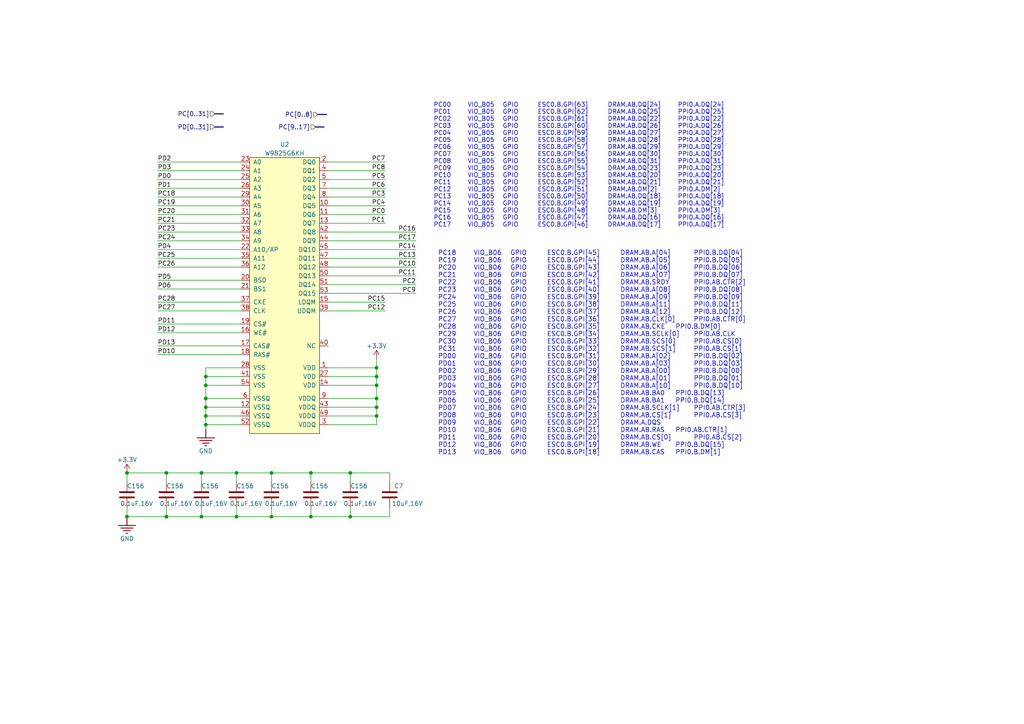
<source format=kicad_sch>
(kicad_sch (version 20230121) (generator eeschema)
  (paper "A4")
  (title_block (title "HPM6E00EVKSRAMSDRAMRevA") (date "2024/10/22") (comment 1 "03_SDRAM"))
  (lib_symbols
    (symbol "03_HPM_Capacitance:0.1uF,16V_0402" (pin_numbers hide) (pin_names (offset 0.254))
      (property "Reference" "C" (at 1.27 -2.54 0))
      (property "Value" "0.1uF,16V" (at 1.27 2.54 0))
      (symbol "0.1uF,16V_0402_0_1"
        (polyline (pts (xy -2.032 -0.762) (xy 2.032 -0.762)) (stroke (width 0.508)))
        (polyline (pts (xy -2.032 0.762) (xy 2.032 0.762)) (stroke (width 0.508)))
      )
      (symbol "0.1uF,16V_0402_1_1"
        (pin passive line (at 0 3.81 270) (length 2.794) (name "~") (number "1"))
        (pin passive line (at 0 -3.81 90) (length 2.794) (name "~") (number "2"))
      )
    )
    (symbol "03_HPM_Capacitance:10uF,16V_0603" (pin_numbers hide) (pin_names (offset 0.254))
      (property "Reference" "C" (at 0.635 2.54 0))
      (property "Value" "10uF,16V" (at 0.635 -2.54 0))
      (symbol "10uF,16V_0603_0_1"
        (polyline (pts (xy -2.032 -0.762) (xy 2.032 -0.762)) (stroke (width 0.508)))
        (polyline (pts (xy -2.032 0.762) (xy 2.032 0.762)) (stroke (width 0.508)))
      )
      (symbol "10uF,16V_0603_1_1"
        (pin passive line (at 0 3.81 270) (length 2.794) (name "~") (number "1"))
        (pin passive line (at 0 -3.81 90) (length 2.794) (name "~") (number "2"))
      )
    )
    (symbol "10_HPM_Storage_IC:W9825G6KH" (pin_names (offset 1.016))
      (property "Reference" "U" (at 7.62 5.08 0))
      (property "Value" "W9825G6KH" (at 8.89 1.27 0))
      (symbol "W9825G6KH_1_1"
        (rectangle (start 0 0) (end 20.32 -80.01) (fill (type background)))
        (pin input line (at 22.86 -60.96 180) (length 2.54) (name "VDD") (number "1"))
        (pin input line (at 22.86 -13.97 180) (length 2.54) (name "DQ5") (number "10"))
        (pin input line (at 22.86 -16.51 180) (length 2.54) (name "DQ6") (number "11"))
        (pin input line (at -2.54 -72.39 0) (length 2.54) (name "VSSQ") (number "12"))
        (pin input line (at 22.86 -19.05 180) (length 2.54) (name "DQ7") (number "13"))
        (pin input line (at 22.86 -66.04 180) (length 2.54) (name "VDD") (number "14"))
        (pin input line (at 22.86 -41.91 180) (length 2.54) (name "LDQM") (number "15"))
        (pin input line (at -2.54 -50.8 0) (length 2.54) (name "WE#") (number "16"))
        (pin input line (at -2.54 -54.61 0) (length 2.54) (name "CAS#") (number "17"))
        (pin input line (at -2.54 -57.15 0) (length 2.54) (name "RAS#") (number "18"))
        (pin input line (at -2.54 -48.26 0) (length 2.54) (name "CS#") (number "19"))
        (pin input line (at 22.86 -1.27 180) (length 2.54) (name "DQ0") (number "2"))
        (pin input line (at -2.54 -35.56 0) (length 2.54) (name "BS0") (number "20"))
        (pin input line (at -2.54 -38.1 0) (length 2.54) (name "BS1") (number "21"))
        (pin input line (at -2.54 -26.67 0) (length 2.54) (name "A10/AP") (number "22"))
        (pin input line (at -2.54 -1.27 0) (length 2.54) (name "A0") (number "23"))
        (pin input line (at -2.54 -3.81 0) (length 2.54) (name "A1") (number "24"))
        (pin input line (at -2.54 -6.35 0) (length 2.54) (name "A2") (number "25"))
        (pin input line (at -2.54 -8.89 0) (length 2.54) (name "A3") (number "26"))
        (pin input line (at 22.86 -63.5 180) (length 2.54) (name "VDD") (number "27"))
        (pin input line (at -2.54 -60.96 0) (length 2.54) (name "VSS") (number "28"))
        (pin input line (at -2.54 -11.43 0) (length 2.54) (name "A4") (number "29"))
        (pin input line (at 22.86 -77.47 180) (length 2.54) (name "VDDQ") (number "3"))
        (pin input line (at -2.54 -13.97 0) (length 2.54) (name "A5") (number "30"))
        (pin input line (at -2.54 -16.51 0) (length 2.54) (name "A6") (number "31"))
        (pin input line (at -2.54 -19.05 0) (length 2.54) (name "A7") (number "32"))
        (pin input line (at -2.54 -21.59 0) (length 2.54) (name "A8") (number "33"))
        (pin input line (at -2.54 -24.13 0) (length 2.54) (name "A9") (number "34"))
        (pin input line (at -2.54 -29.21 0) (length 2.54) (name "A11") (number "35"))
        (pin input line (at -2.54 -31.75 0) (length 2.54) (name "A12") (number "36"))
        (pin input line (at -2.54 -41.91 0) (length 2.54) (name "CKE") (number "37"))
        (pin input line (at -2.54 -44.45 0) (length 2.54) (name "CLK") (number "38"))
        (pin input line (at 22.86 -44.45 180) (length 2.54) (name "UDQM") (number "39"))
        (pin input line (at 22.86 -3.81 180) (length 2.54) (name "DQ1") (number "4"))
        (pin input line (at 22.86 -54.61 180) (length 2.54) (name "NC") (number "40"))
        (pin input line (at -2.54 -63.5 0) (length 2.54) (name "VSS") (number "41"))
        (pin input line (at 22.86 -21.59 180) (length 2.54) (name "DQ8") (number "42"))
        (pin input line (at 22.86 -72.39 180) (length 2.54) (name "VDDQ") (number "43"))
        (pin input line (at 22.86 -24.13 180) (length 2.54) (name "DQ9") (number "44"))
        (pin input line (at 22.86 -26.67 180) (length 2.54) (name "DQ10") (number "45"))
        (pin input line (at -2.54 -74.93 0) (length 2.54) (name "VSSQ") (number "46"))
        (pin input line (at 22.86 -29.21 180) (length 2.54) (name "DQ11") (number "47"))
        (pin input line (at 22.86 -31.75 180) (length 2.54) (name "DQ12") (number "48"))
        (pin input line (at 22.86 -74.93 180) (length 2.54) (name "VDDQ") (number "49"))
        (pin input line (at 22.86 -6.35 180) (length 2.54) (name "DQ2") (number "5"))
        (pin input line (at 22.86 -34.29 180) (length 2.54) (name "DQ13") (number "50"))
        (pin input line (at 22.86 -36.83 180) (length 2.54) (name "DQ14") (number "51"))
        (pin input line (at -2.54 -77.47 0) (length 2.54) (name "VSSQ") (number "52"))
        (pin input line (at 22.86 -39.37 180) (length 2.54) (name "DQ15") (number "53"))
        (pin input line (at -2.54 -66.04 0) (length 2.54) (name "VSS") (number "54"))
        (pin input line (at -2.54 -69.85 0) (length 2.54) (name "VSSQ") (number "6"))
        (pin input line (at 22.86 -8.89 180) (length 2.54) (name "DQ3") (number "7"))
        (pin input line (at 22.86 -11.43 180) (length 2.54) (name "DQ4") (number "8"))
        (pin input line (at 22.86 -69.85 180) (length 2.54) (name "VDDQ") (number "9"))
      )
    )
    (symbol "Goldfinger-altium-import:GND" (power)
      (property "Reference" "#PWR" (at 0 0 0))
      (property "Value" "GND" (at 0 6.35 0))
      (symbol "GND_0_0"
        (polyline (pts (xy -2.54 -2.54) (xy 2.54 -2.54)) (stroke (width 0.254)))
        (polyline (pts (xy -1.778 -3.302) (xy 1.778 -3.302)) (stroke (width 0.254)))
        (polyline (pts (xy -1.016 -4.064) (xy 1.016 -4.064)) (stroke (width 0.254)))
        (polyline (pts (xy -0.254 -4.826) (xy 0.254 -4.826)) (stroke (width 0.254)))
        (polyline (pts (xy 0 0) (xy 0 -2.54)) (stroke (width 0.254)))
        (pin power_in line (at 0 0 0) (length 0) hide (name "GND") (number ""))
      )
    )
    (symbol "power:+3.3V" (power) (pin_names (offset 0))
      (property "Value" "+3.3V" (at 0 3.556 0))
      (symbol "+3.3V_0_1"
        (polyline (pts (xy -0.762 1.27) (xy 0 2.54)))
        (polyline (pts (xy 0 0) (xy 0 2.54)))
        (polyline (pts (xy 0 2.54) (xy 0.762 1.27)))
      )
      (symbol "+3.3V_1_1"
        (pin power_in line (at 0 0 90) (length 0) hide (name "+3.3V") (number "1"))
      )
    )
  )
  (junction (at 58.42 137.16))
  (junction (at 59.69 123.19))
  (junction (at 36.83 137.16))
  (junction (at 68.58 149.86))
  (junction (at 109.22 109.22))
  (junction (at 59.69 118.11))
  (junction (at 109.22 111.76))
  (junction (at 109.22 120.65))
  (junction (at 59.69 120.65))
  (junction (at 109.22 118.11))
  (junction (at 101.6 137.16))
  (junction (at 48.26 137.16))
  (junction (at 78.74 149.86))
  (junction (at 59.69 111.76))
  (junction (at 36.83 149.86))
  (junction (at 109.22 106.68))
  (junction (at 90.17 137.16))
  (junction (at 68.58 137.16))
  (junction (at 48.26 149.86))
  (junction (at 90.17 149.86))
  (junction (at 58.42 149.86))
  (junction (at 78.74 137.16))
  (junction (at 109.22 115.57))
  (junction (at 59.69 115.57))
  (junction (at 59.69 109.22))
  (junction (at 101.6 149.86))
  (wire (pts (xy 109.22 118.11) (xy 109.22 120.65)) (stroke (width 0.15)))
  (wire (pts (xy 95.25 123.19) (xy 109.22 123.19)) (stroke (width 0.15)))
  (bus (pts (xy 92.1787 33.1959) (xy 94.7187 33.1959)))
  (wire (pts (xy 59.69 109.22) (xy 59.69 111.76)) (stroke (width 0.15)))
  (wire (pts (xy 69.85 96.52) (xy 45.72 96.52)) (stroke (width 0.15)))
  (wire (pts (xy 69.85 74.93) (xy 45.72 74.93)) (stroke (width 0.15)))
  (bus (pts (xy 62.23 36.83) (xy 64.77 36.83)))
  (wire (pts (xy 78.74 137.16) (xy 90.17 137.16)) (stroke (width 0.15)))
  (wire (pts (xy 111.76 64.77) (xy 95.25 64.77)) (stroke (width 0.15)))
  (wire (pts (xy 59.69 123.19) (xy 69.85 123.19)) (stroke (width 0.15)))
  (wire (pts (xy 48.26 149.86) (xy 36.83 149.86)) (stroke (width 0.15)))
  (wire (pts (xy 69.85 62.23) (xy 45.72 62.23)) (stroke (width 0.15)))
  (wire (pts (xy 111.76 87.63) (xy 95.25 87.63)))
  (wire (pts (xy 90.17 137.16) (xy 101.6 137.16)) (stroke (width 0.15)))
  (wire (pts (xy 69.85 87.63) (xy 45.72 87.63)) (stroke (width 0.15)))
  (wire (pts (xy 59.69 118.11) (xy 59.69 120.65)) (stroke (width 0.15)))
  (wire (pts (xy 113.03 139.7) (xy 113.03 137.16)) (stroke (width 0.15)))
  (wire (pts (xy 58.42 147.32) (xy 58.42 149.86)) (stroke (width 0.15)))
  (wire (pts (xy 69.85 102.87) (xy 45.72 102.87)) (stroke (width 0.15)))
  (wire (pts (xy 120.65 69.85) (xy 95.25 69.85)) (stroke (width 0.15)))
  (wire (pts (xy 78.74 147.32) (xy 78.74 149.86)) (stroke (width 0.15)))
  (wire (pts (xy 69.85 54.61) (xy 45.72 54.61)) (stroke (width 0.15)))
  (wire (pts (xy 69.85 64.77) (xy 45.72 64.77)) (stroke (width 0.15)))
  (wire (pts (xy 109.22 115.57) (xy 109.22 118.11)) (stroke (width 0.15)))
  (wire (pts (xy 68.58 137.16) (xy 58.42 137.16)) (stroke (width 0.15)))
  (wire (pts (xy 95.25 106.68) (xy 109.22 106.68)) (stroke (width 0.15)))
  (wire (pts (xy 95.25 109.22) (xy 109.22 109.22)) (stroke (width 0.15)))
  (wire (pts (xy 69.85 83.82) (xy 45.72 83.82)) (stroke (width 0.15)))
  (wire (pts (xy 109.22 106.68) (xy 109.22 109.22)) (stroke (width 0.15)))
  (wire (pts (xy 109.22 106.68) (xy 109.22 104.14)) (stroke (width 0.15)))
  (wire (pts (xy 111.76 57.15) (xy 95.25 57.15)) (stroke (width 0.15)))
  (wire (pts (xy 48.26 137.16) (xy 48.26 139.7)) (stroke (width 0.15)))
  (wire (pts (xy 69.85 115.57) (xy 59.69 115.57)) (stroke (width 0.15)))
  (wire (pts (xy 36.83 137.16) (xy 36.83 139.7)) (stroke (width 0.15)))
  (wire (pts (xy 69.85 77.47) (xy 45.72 77.47)) (stroke (width 0.15)))
  (wire (pts (xy 111.76 52.07) (xy 95.25 52.07)) (stroke (width 0.15)))
  (wire (pts (xy 90.17 147.32) (xy 90.17 149.86)) (stroke (width 0.15)))
  (wire (pts (xy 109.22 109.22) (xy 109.22 111.76)) (stroke (width 0.15)))
  (wire (pts (xy 78.74 137.16) (xy 78.74 139.7)) (stroke (width 0.15)))
  (wire (pts (xy 101.6 137.16) (xy 101.6 139.7)) (stroke (width 0.15)))
  (wire (pts (xy 109.22 120.65) (xy 109.22 123.19)) (stroke (width 0.15)))
  (wire (pts (xy 95.25 118.11) (xy 109.22 118.11)) (stroke (width 0.15)))
  (wire (pts (xy 120.65 85.09) (xy 95.25 85.09)) (stroke (width 0.15)))
  (wire (pts (xy 69.85 72.39) (xy 45.72 72.39)) (stroke (width 0.15)))
  (wire (pts (xy 69.85 100.33) (xy 45.72 100.33)) (stroke (width 0.15)))
  (wire (pts (xy 120.65 72.39) (xy 95.25 72.39)) (stroke (width 0.15)))
  (wire (pts (xy 58.42 149.86) (xy 68.58 149.86)) (stroke (width 0.15)))
  (wire (pts (xy 69.85 118.11) (xy 59.69 118.11)) (stroke (width 0.15)))
  (wire (pts (xy 68.58 149.86) (xy 78.74 149.86)) (stroke (width 0.15)))
  (wire (pts (xy 58.42 137.16) (xy 48.26 137.16)) (stroke (width 0.15)))
  (wire (pts (xy 90.17 137.16) (xy 90.17 139.7)) (stroke (width 0.15)))
  (wire (pts (xy 59.69 115.57) (xy 59.69 118.11)) (stroke (width 0.15)))
  (wire (pts (xy 69.85 49.53) (xy 45.72 49.53)) (stroke (width 0.15)))
  (wire (pts (xy 68.58 137.16) (xy 78.74 137.16)) (stroke (width 0.15)))
  (wire (pts (xy 111.76 62.23) (xy 95.25 62.23)) (stroke (width 0.15)))
  (wire (pts (xy 101.6 147.32) (xy 101.6 149.86)) (stroke (width 0.15)))
  (wire (pts (xy 111.76 46.99) (xy 95.25 46.99)) (stroke (width 0.15)))
  (wire (pts (xy 113.03 147.32) (xy 113.03 149.86)) (stroke (width 0.15)))
  (wire (pts (xy 59.69 106.68) (xy 59.69 109.22)) (stroke (width 0.15)))
  (wire (pts (xy 69.85 106.68) (xy 59.69 106.68)) (stroke (width 0.15)))
  (wire (pts (xy 111.76 54.61) (xy 95.25 54.61)) (stroke (width 0.15)))
  (wire (pts (xy 69.85 69.85) (xy 45.72 69.85)) (stroke (width 0.15)))
  (wire (pts (xy 68.58 137.16) (xy 68.58 139.7)) (stroke (width 0.15)))
  (wire (pts (xy 109.22 111.76) (xy 109.22 115.57)) (stroke (width 0.15)))
  (wire (pts (xy 111.76 90.17) (xy 95.25 90.17)))
  (bus (pts (xy 62.23 33.02) (xy 64.77 33.02)))
  (wire (pts (xy 69.85 93.98) (xy 45.72 93.98)) (stroke (width 0.15)))
  (wire (pts (xy 90.17 149.86) (xy 101.6 149.86)) (stroke (width 0.15)))
  (wire (pts (xy 69.85 90.17) (xy 45.72 90.17)) (stroke (width 0.15)))
  (wire (pts (xy 69.85 111.76) (xy 59.69 111.76)) (stroke (width 0.15)))
  (wire (pts (xy 48.26 137.16) (xy 36.83 137.16)) (stroke (width 0.15)))
  (wire (pts (xy 59.69 123.19) (xy 59.69 124.46)) (stroke (width 0.15)))
  (wire (pts (xy 36.83 147.32) (xy 36.83 149.86)) (stroke (width 0.15)))
  (wire (pts (xy 59.69 111.76) (xy 59.69 115.57)) (stroke (width 0.15)))
  (wire (pts (xy 69.85 59.69) (xy 45.72 59.69)) (stroke (width 0.15)))
  (wire (pts (xy 120.65 77.47) (xy 95.25 77.47)) (stroke (width 0.15)))
  (wire (pts (xy 48.26 147.32) (xy 48.26 149.86)) (stroke (width 0.15)))
  (wire (pts (xy 69.85 109.22) (xy 59.69 109.22)) (stroke (width 0.15)))
  (wire (pts (xy 58.42 137.16) (xy 58.42 139.7)) (stroke (width 0.15)))
  (wire (pts (xy 69.85 46.99) (xy 45.72 46.99)) (stroke (width 0.15)))
  (wire (pts (xy 58.42 149.86) (xy 48.26 149.86)) (stroke (width 0.15)))
  (wire (pts (xy 68.58 147.32) (xy 68.58 149.86)) (stroke (width 0.15)))
  (wire (pts (xy 120.65 80.01) (xy 95.25 80.01)) (stroke (width 0.15)))
  (wire (pts (xy 101.6 149.86) (xy 113.03 149.86)) (stroke (width 0.15)))
  (wire (pts (xy 120.65 82.55) (xy 95.25 82.55)) (stroke (width 0.15)))
  (bus (pts (xy 91.44 36.83) (xy 93.98 36.83)))
  (wire (pts (xy 95.25 120.65) (xy 109.22 120.65)) (stroke (width 0.15)))
  (wire (pts (xy 69.85 81.28) (xy 45.72 81.28)) (stroke (width 0.15)))
  (wire (pts (xy 78.74 149.86) (xy 90.17 149.86)) (stroke (width 0.15)))
  (wire (pts (xy 69.85 57.15) (xy 45.72 57.15)) (stroke (width 0.15)))
  (wire (pts (xy 69.85 52.07) (xy 45.72 52.07)) (stroke (width 0.15)))
  (wire (pts (xy 59.69 120.65) (xy 59.69 123.19)) (stroke (width 0.15)))
  (wire (pts (xy 95.25 115.57) (xy 109.22 115.57)) (stroke (width 0.15)))
  (wire (pts (xy 111.76 59.69) (xy 95.25 59.69)) (stroke (width 0.15)))
  (wire (pts (xy 113.03 137.16) (xy 101.6 137.16)) (stroke (width 0.15)))
  (wire (pts (xy 120.65 67.31) (xy 95.25 67.31)) (stroke (width 0.15)))
  (wire (pts (xy 69.85 67.31) (xy 45.72 67.31)) (stroke (width 0.15)))
  (wire (pts (xy 120.65 74.93) (xy 95.25 74.93)) (stroke (width 0.15)))
  (wire (pts (xy 69.85 120.65) (xy 59.69 120.65)) (stroke (width 0.15)))
  (wire (pts (xy 95.25 111.76) (xy 109.22 111.76)) (stroke (width 0.15)))
  (wire (pts (xy 111.76 49.53) (xy 95.25 49.53)) (stroke (width 0.15)))
  (text "PC00	VIO_B05	GPIO	ESC0.B.GPI[63]	DRAM.AB.DQ[24]	PPI0.A.DQ[24]\nPC01	VIO_B05	GPIO	ESC0.B.GPI[62]	DRAM.AB.DQ[25]	PPI0.A.DQ[25]\nPC02	VIO_B05	GPIO	ESC0.B.GPI[61]	DRAM.AB.DQ[22]	PPI0.A.DQ[22]\nPC03	VIO_B05	GPIO	ESC0.B.GPI[60]	DRAM.AB.DQ[26]	PPI0.A.DQ[26]\nPC04	VIO_B05	GPIO	ESC0.B.GPI[59]	DRAM.AB.DQ[27]	PPI0.A.DQ[27]\nPC05	VIO_B05	GPIO	ESC0.B.GPI[58]	DRAM.AB.DQ[28]	PPI0.A.DQ[28]\nPC06	VIO_B05	GPIO	ESC0.B.GPI[57]	DRAM.AB.DQ[29]	PPI0.A.DQ[29]\nPC07	VIO_B05	GPIO	ESC0.B.GPI[56]	DRAM.AB.DQ[30]	PPI0.A.DQ[30]\nPC08	VIO_B05	GPIO	ESC0.B.GPI[55]	DRAM.AB.DQ[31]	PPI0.A.DQ[31]\nPC09	VIO_B05	GPIO	ESC0.B.GPI[54]	DRAM.AB.DQ[23]	PPI0.A.DQ[23]\nPC10	VIO_B05	GPIO	ESC0.B.GPI[53]	DRAM.AB.DQ[20]	PPI0.A.DQ[20]\nPC11	VIO_B05	GPIO	ESC0.B.GPI[52]	DRAM.AB.DQ[21]	PPI0.A.DQ[21]\nPC12	VIO_B05	GPIO	ESC0.B.GPI[51]	DRAM.AB.DM[2]	PPI0.A.DM[2]\nPC13	VIO_B05	GPIO	ESC0.B.GPI[50]	DRAM.AB.DQ[18]	PPI0.A.DQ[18]\nPC14	VIO_B05	GPIO	ESC0.B.GPI[49]	DRAM.AB.DQ[19]	PPI0.A.DQ[19]\nPC15	VIO_B05	GPIO	ESC0.B.GPI[48]	DRAM.AB.DM[3]	PPI0.A.DM[3]\nPC16	VIO_B05	GPIO	ESC0.B.GPI[47]	DRAM.AB.DQ[16]	PPI0.A.DQ[16]\nPC17	VIO_B05	GPIO	ESC0.B.GPI[46]	DRAM.AB.DQ[17]	PPI0.A.DQ[17]\n" (at 125.73 66.04 0) (effects (font (size 1.27 1.27)) (justify left bottom)))
  (text "PC18	VIO_B06	GPIO	ESC0.B.GPI[45]	DRAM.AB.A[04]	PPI0.B.DQ[04]\nPC19	VIO_B06	GPIO	ESC0.B.GPI[44]	DRAM.AB.A[05]	PPI0.B.DQ[05]\nPC20	VIO_B06	GPIO	ESC0.B.GPI[43]	DRAM.AB.A[06]	PPI0.B.DQ[06]\nPC21	VIO_B06	GPIO	ESC0.B.GPI[42]	DRAM.AB.A[07]	PPI0.B.DQ[07]\nPC22	VIO_B06	GPIO	ESC0.B.GPI[41]	DRAM.AB.SRDY	PPI0.AB.CTR[2]\nPC23	VIO_B06	GPIO	ESC0.B.GPI[40]	DRAM.AB.A[08]	PPI0.B.DQ[08]\nPC24	VIO_B06	GPIO	ESC0.B.GPI[39]	DRAM.AB.A[09]	PPI0.B.DQ[09]\nPC25	VIO_B06	GPIO	ESC0.B.GPI[38]	DRAM.AB.A[11]	PPI0.B.DQ[11]\nPC26	VIO_B06	GPIO	ESC0.B.GPI[37]	DRAM.AB.A[12]	PPI0.B.DQ[12]\nPC27	VIO_B06	GPIO	ESC0.B.GPI[36]	DRAM.AB.CLK[0]	PPI0.AB.CTR[0]\nPC28	VIO_B06	GPIO	ESC0.B.GPI[35]	DRAM.AB.CKE	PPI0.B.DM[0]\nPC29	VIO_B06	GPIO	ESC0.B.GPI[34]	DRAM.AB.SCLK[0]	PPI0.AB.CLK\nPC30	VIO_B06	GPIO	ESC0.B.GPI[33]	DRAM.AB.SCS[0]	PPI0.AB.CS[0]\nPC31	VIO_B06	GPIO	ESC0.B.GPI[32]	DRAM.AB.SCS[1]	PPI0.AB.CS[1]\nPD00	VIO_B06	GPIO	ESC0.B.GPI[31]	DRAM.AB.A[02]	PPI0.B.DQ[02]\nPD01	VIO_B06	GPIO	ESC0.B.GPI[30]	DRAM.AB.A[03]	PPI0.B.DQ[03]\nPD02	VIO_B06	GPIO	ESC0.B.GPI[29]	DRAM.AB.A[00]	PPI0.B.DQ[00]\nPD03	VIO_B06	GPIO	ESC0.B.GPI[28]	DRAM.AB.A[01]	PPI0.B.DQ[01]\nPD04	VIO_B06	GPIO	ESC0.B.GPI[27]	DRAM.AB.A[10]	PPI0.B.DQ[10]\nPD05	VIO_B06	GPIO	ESC0.B.GPI[26]	DRAM.AB.BA0	PPI0.B.DQ[13]\nPD06	VIO_B06	GPIO	ESC0.B.GPI[25]	DRAM.AB.BA1	PPI0.B.DQ[14]\nPD07	VIO_B06	GPIO	ESC0.B.GPI[24]	DRAM.AB.SCLK[1]	PPI0.AB.CTR[3]\nPD08	VIO_B06	GPIO	ESC0.B.GPI[23]	DRAM.AB.CS[1]	PPI0.AB.CS[3]\nPD09	VIO_B06	GPIO	ESC0.B.GPI[22]	DRAM.A.DQS	\nPD10	VIO_B06	GPIO	ESC0.B.GPI[21]	DRAM.AB.RAS	PPI0.AB.CTR[1]\nPD11	VIO_B06	GPIO	ESC0.B.GPI[20]	DRAM.AB.CS[0]	PPI0.AB.CS[2]\nPD12	VIO_B06	GPIO	ESC0.B.GPI[19]	DRAM.AB.WE	PPI0.B.DQ[15]\nPD13	VIO_B06	GPIO	ESC0.B.GPI[18]	DRAM.AB.CAS	PPI0.B.DM[1]\n" (at 127 132.08 0) (effects (font (size 1.33 1.33)) (justify left bottom)))
  (label "PC28" (at 45.72 87.63 0))
  (label "PC6" (at 111.76 54.61 180))
  (label "PC2" (at 120.65 82.55 180))
  (label "PD11" (at 45.72 93.98 0))
  (label "PC15" (at 111.76 87.63 180))
  (label "PC4" (at 111.76 59.69 180))
  (label "PC20" (at 45.72 62.23 0))
  (label "PC27" (at 45.72 90.17 0))
  (label "PD13" (at 45.72 100.33 0))
  (label "PC14" (at 120.65 72.39 180))
  (label "PC0" (at 111.76 62.23 180))
  (label "PD10" (at 45.72 102.87 0))
  (label "PC18" (at 45.72 57.15 0))
  (label "PC10" (at 120.65 77.47 180))
  (label "PD6" (at 45.72 83.82 0))
  (label "PD5" (at 45.72 81.28 0))
  (label "PD2" (at 45.72 46.99 0))
  (label "PC26" (at 45.72 77.47 0))
  (label "PC19" (at 45.72 59.69 0))
  (label "PC17" (at 120.65 69.85 180))
  (label "PC11" (at 120.65 80.01 180))
  (label "PC8" (at 111.76 49.53 180))
  (label "PC12" (at 111.76 90.17 180))
  (label "PC23" (at 45.72 67.31 0))
  (label "PC24" (at 45.72 69.85 0))
  (label "PC16" (at 120.65 67.31 180))
  (label "PC13" (at 120.65 74.93 180))
  (label "PD3" (at 45.72 49.53 0))
  (label "PC1" (at 111.76 64.77 180))
  (label "PC7" (at 111.76 46.99 180))
  (label "PC5" (at 111.76 52.07 180))
  (label "PD1" (at 45.72 54.61 0))
  (label "PC9" (at 120.65 85.09 180))
  (label "PC3" (at 111.76 57.15 180))
  (label "PD0" (at 45.72 52.07 0))
  (label "PC25" (at 45.72 74.93 0))
  (label "PC21" (at 45.72 64.77 0))
  (label "PD12" (at 45.72 96.52 0))
  (label "PD4" (at 45.72 72.39 0))
  (hierarchical_label "PC[9..17]" (shape input) (at 91.44 36.83 180))
  (hierarchical_label "PC[0..31]" (shape input) (at 62.23 33.02 180))
  (hierarchical_label "PC[0..8]" (shape input) (at 92.1787 33.1959 180))
  (hierarchical_label "PD[0..31]" (shape input) (at 62.23 36.83 180))
  (symbol (lib_id "03_HPM_Capacitance:0.1uF,16V_0402") (at 68.58 143.51 0) (mirror y) (unit 1)
    (property "Reference" "C156" (at 73.66 140.97 0) (effects (justify left)))
    (property "Value" "0.1uF,16V" (at 76.2 146.05 0) (effects (justify left)))
    (property "Footprint" "03_HPM_Capacitance:C_0402_1005Metric" (effects hide))
    (property "Model" "CL05B104KO5NNNC" (effects hide))
    (property "Company" "SAMSUNG(三星)" (effects hide))
    (instances (project "HPM6750EVK2 RevC.0822" (path "" (reference "C156") (unit 1))) (project "HPM6E00EVKSRAMSDRAMRevA" (path "" (reference "C4") (unit 1)) (path "" (reference "C4") (unit 1))) (project "HPM1200_TSN_SDRAM_RevA" (path "" (reference "C43") (unit 1)) (path "" (reference "C21") (unit 1)) (path "" (reference "C65") (unit 1)) (path "" (reference "C87") (unit 1)) (path "" (reference "C109") (unit 1)) (path "" (reference "C131") (unit 1)) (path "" (reference "C136") (unit 1))) (project "HPM6880_EVK_RevA" (path "" (reference "C15") (unit 1))))
  )
  (symbol (lib_id "power:+3.3V") (at 109.22 104.14 0) (unit 1)
    (property "Reference" "#PWR04" (effects hide))
    (property "Value" "+3.3V" (at 109.22 100.33 0))
    (instances (project "HPM6E00EVKSRAMSDRAMRevA" (path "" (reference "#PWR04") (unit 1)) (path "" (reference "#PWR04") (unit 1))) (project "HPM1200_TSN_SDRAM_RevA" (path "" (reference "#PWR043") (unit 1)) (path "" (reference "#PWR019") (unit 1)) (path "" (reference "#PWR067") (unit 1)) (path "" (reference "#PWR091") (unit 1)) (path "" (reference "#PWR0115") (unit 1)) (path "" (reference "#PWR0139") (unit 1)) (path "" (reference "#PWR0201") (unit 1)) (path "" (reference "#PWR0148") (unit 1))) (project "HPM6880_EVK_RevA" (path "" (reference "#PWR024") (unit 1))))
  )
  (symbol (lib_id "Goldfinger-altium-import:GND") (at 36.83 149.86 0) (unit 1)
    (property "Reference" "#PWR02" (effects hide))
    (property "Value" "GND" (at 36.83 156.21 0))
    (instances (project "HPM6E00EVKSRAMSDRAMRevA" (path "" (reference "#PWR02") (unit 1)) (path "" (reference "#PWR02") (unit 1))) (project "HPM1200_TSN_SDRAM_RevA" (path "" (reference "#PWR0146") (unit 1))) (project "hexinban" (path "" (reference "#PWR02") (unit 1))))
  )
  (symbol (lib_id "03_HPM_Capacitance:0.1uF,16V_0402") (at 101.6 143.51 0) (mirror y) (unit 1)
    (property "Reference" "C156" (at 106.68 140.97 0) (effects (justify left)))
    (property "Value" "0.1uF,16V" (at 109.22 146.05 0) (effects (justify left)))
    (property "Footprint" "03_HPM_Capacitance:C_0402_1005Metric" (effects hide))
    (property "Model" "CL05B104KO5NNNC" (effects hide))
    (property "Company" "SAMSUNG(三星)" (effects hide))
    (instances (project "HPM6750EVK2 RevC.0822" (path "" (reference "C156") (unit 1))) (project "HPM6E00EVKSRAMSDRAMRevA" (path "" (reference "C6") (unit 1)) (path "" (reference "C6") (unit 1))) (project "HPM1200_TSN_SDRAM_RevA" (path "" (reference "C43") (unit 1)) (path "" (reference "C21") (unit 1)) (path "" (reference "C65") (unit 1)) (path "" (reference "C87") (unit 1)) (path "" (reference "C109") (unit 1)) (path "" (reference "C131") (unit 1)) (path "" (reference "C138") (unit 1))) (project "HPM6880_EVK_RevA" (path "" (reference "C15") (unit 1))))
  )
  (symbol (lib_id "03_HPM_Capacitance:0.1uF,16V_0402") (at 90.17 143.51 0) (mirror y) (unit 1)
    (property "Reference" "C156" (at 95.25 140.97 0) (effects (justify left)))
    (property "Value" "0.1uF,16V" (at 97.79 146.05 0) (effects (justify left)))
    (property "Footprint" "03_HPM_Capacitance:C_0402_1005Metric" (effects hide))
    (property "Model" "CL05B104KO5NNNC" (effects hide))
    (property "Company" "SAMSUNG(三星)" (effects hide))
    (instances (project "HPM6750EVK2 RevC.0822" (path "" (reference "C156") (unit 1))) (project "HPM6E00EVKSRAMSDRAMRevA" (path "" (reference "C5") (unit 1)) (path "" (reference "C10") (unit 1))) (project "HPM1200_TSN_SDRAM_RevA" (path "" (reference "C43") (unit 1)) (path "" (reference "C21") (unit 1)) (path "" (reference "C65") (unit 1)) (path "" (reference "C87") (unit 1)) (path "" (reference "C109") (unit 1)) (path "" (reference "C131") (unit 1)) (path "" (reference "C137") (unit 1))) (project "HPM6880_EVK_RevA" (path "" (reference "C15") (unit 1))))
  )
  (symbol (lib_id "03_HPM_Capacitance:0.1uF,16V_0402") (at 78.74 143.51 0) (mirror y) (unit 1)
    (property "Reference" "C156" (at 83.82 140.97 0) (effects (justify left)))
    (property "Value" "0.1uF,16V" (at 86.36 146.05 0) (effects (justify left)))
    (property "Footprint" "03_HPM_Capacitance:C_0402_1005Metric" (effects hide))
    (property "Model" "CL05B104KO5NNNC" (effects hide))
    (property "Company" "SAMSUNG(三星)" (effects hide))
    (instances (project "HPM6750EVK2 RevC.0822" (path "" (reference "C156") (unit 1))) (project "HPM6E00EVKSRAMSDRAMRevA" (path "" (reference "C5") (unit 1)) (path "" (reference "C5") (unit 1))) (project "HPM1200_TSN_SDRAM_RevA" (path "" (reference "C43") (unit 1)) (path "" (reference "C21") (unit 1)) (path "" (reference "C65") (unit 1)) (path "" (reference "C87") (unit 1)) (path "" (reference "C109") (unit 1)) (path "" (reference "C131") (unit 1)) (path "" (reference "C137") (unit 1))) (project "HPM6880_EVK_RevA" (path "" (reference "C15") (unit 1))))
  )
  (symbol (lib_id "03_HPM_Capacitance:0.1uF,16V_0402") (at 36.83 143.51 0) (mirror y) (unit 1)
    (property "Reference" "C156" (at 41.91 140.97 0) (effects (justify left)))
    (property "Value" "0.1uF,16V" (at 44.45 146.05 0) (effects (justify left)))
    (property "Footprint" "03_HPM_Capacitance:C_0402_1005Metric" (effects hide))
    (property "Model" "CL05B104KO5NNNC" (effects hide))
    (property "Company" "SAMSUNG(三星)" (effects hide))
    (instances (project "HPM6750EVK2 RevC.0822" (path "" (reference "C156") (unit 1))) (project "HPM6E00EVKSRAMSDRAMRevA" (path "" (reference "C1") (unit 1)) (path "" (reference "C1") (unit 1))) (project "HPM1200_TSN_SDRAM_RevA" (path "" (reference "C43") (unit 1)) (path "" (reference "C21") (unit 1)) (path "" (reference "C65") (unit 1)) (path "" (reference "C87") (unit 1)) (path "" (reference "C109") (unit 1)) (path "" (reference "C131") (unit 1)) (path "" (reference "C133") (unit 1))) (project "HPM6880_EVK_RevA" (path "" (reference "C15") (unit 1))))
  )
  (symbol (lib_id "03_HPM_Capacitance:0.1uF,16V_0402") (at 58.42 143.51 0) (mirror y) (unit 1)
    (property "Reference" "C156" (at 63.5 140.97 0) (effects (justify left)))
    (property "Value" "0.1uF,16V" (at 66.04 146.05 0) (effects (justify left)))
    (property "Footprint" "03_HPM_Capacitance:C_0402_1005Metric" (effects hide))
    (property "Model" "CL05B104KO5NNNC" (effects hide))
    (property "Company" "SAMSUNG(三星)" (effects hide))
    (instances (project "HPM6750EVK2 RevC.0822" (path "" (reference "C156") (unit 1))) (project "HPM6E00EVKSRAMSDRAMRevA" (path "" (reference "C3") (unit 1)) (path "" (reference "C3") (unit 1))) (project "HPM1200_TSN_SDRAM_RevA" (path "" (reference "C43") (unit 1)) (path "" (reference "C21") (unit 1)) (path "" (reference "C65") (unit 1)) (path "" (reference "C87") (unit 1)) (path "" (reference "C109") (unit 1)) (path "" (reference "C131") (unit 1)) (path "" (reference "C135") (unit 1))) (project "HPM6880_EVK_RevA" (path "" (reference "C15") (unit 1))))
  )
  (symbol (lib_id "power:+3.3V") (at 36.83 137.16 0) (unit 1)
    (property "Reference" "#PWR01" (effects hide))
    (property "Value" "+3.3V" (at 36.83 133.35 0))
    (instances (project "HPM6E00EVKSRAMSDRAMRevA" (path "" (reference "#PWR01") (unit 1)) (path "" (reference "#PWR01") (unit 1))) (project "HPM1200_TSN_SDRAM_RevA" (path "" (reference "#PWR043") (unit 1)) (path "" (reference "#PWR019") (unit 1)) (path "" (reference "#PWR067") (unit 1)) (path "" (reference "#PWR091") (unit 1)) (path "" (reference "#PWR0115") (unit 1)) (path "" (reference "#PWR0139") (unit 1)) (path "" (reference "#PWR0201") (unit 1)) (path "" (reference "#PWR0145") (unit 1))) (project "HPM6880_EVK_RevA" (path "" (reference "#PWR024") (unit 1))))
  )
  (symbol (lib_id "03_HPM_Capacitance:0.1uF,16V_0402") (at 48.26 143.51 0) (mirror y) (unit 1)
    (property "Reference" "C156" (at 53.34 140.97 0) (effects (justify left)))
    (property "Value" "0.1uF,16V" (at 55.88 146.05 0) (effects (justify left)))
    (property "Footprint" "03_HPM_Capacitance:C_0402_1005Metric" (effects hide))
    (property "Model" "CL05B104KO5NNNC" (effects hide))
    (property "Company" "SAMSUNG(三星)" (effects hide))
    (instances (project "HPM6750EVK2 RevC.0822" (path "" (reference "C156") (unit 1))) (project "HPM6E00EVKSRAMSDRAMRevA" (path "" (reference "C2") (unit 1)) (path "" (reference "C2") (unit 1))) (project "HPM1200_TSN_SDRAM_RevA" (path "" (reference "C43") (unit 1)) (path "" (reference "C21") (unit 1)) (path "" (reference "C65") (unit 1)) (path "" (reference "C87") (unit 1)) (path "" (reference "C109") (unit 1)) (path "" (reference "C131") (unit 1)) (path "" (reference "C134") (unit 1))) (project "HPM6880_EVK_RevA" (path "" (reference "C15") (unit 1))))
  )
  (symbol (lib_id "Goldfinger-altium-import:GND") (at 59.69 124.46 0) (unit 1)
    (property "Reference" "#PWR03" (effects hide))
    (property "Value" "GND" (at 59.69 130.81 0))
    (instances (project "HPM6E00EVKSRAMSDRAMRevA" (path "" (reference "#PWR03") (unit 1)) (path "" (reference "#PWR03") (unit 1))) (project "HPM1200_TSN_SDRAM_RevA" (path "" (reference "#PWR0147") (unit 1))) (project "hexinban" (path "" (reference "#PWR05") (unit 1))))
  )
  (symbol (lib_id "03_HPM_Capacitance:10uF,16V_0603") (at 113.03 143.51 0) (unit 1)
    (property "Reference" "C7" (at 114.3 140.97 0) (effects (justify left)))
    (property "Value" "10uF,16V" (at 113.665 146.05 0) (effects (justify left)))
    (property "Footprint" "03_HPM_Capacitance:C_0603_1608Metric" (effects hide))
    (property "Model" "CL10A106KO8NQNC" (effects hide))
    (property "Company" " SAMSUNG(三星)" (effects hide))
    (instances (project "HPM6E00EVKSRAMSDRAMRevA" (path "" (reference "C7") (unit 1)) (path "" (reference "C7") (unit 1))) (project "HPM1200_TSN_SDRAM_RevA" (path "" (reference "C44") (unit 1)) (path "" (reference "C22") (unit 1)) (path "" (reference "C66") (unit 1)) (path "" (reference "C88") (unit 1)) (path "" (reference "C110") (unit 1)) (path "" (reference "C132") (unit 1)) (path "" (reference "C139") (unit 1))))
  )
  (symbol (lib_id "10_HPM_Storage_IC:W9825G6KH") (at 72.39 45.72 0) (unit 1)
    (property "Reference" "U2" (at 82.55 41.91 0))
    (property "Value" "W9825G6KH" (at 82.55 44.45 0))
    (property "Footprint" "06_HPM_SO:TSOP-54-P0.8" (effects hide))
    (property "Model" "W9825G6KH" (effects hide))
    (property "Company" " WINBOND(华邦) " (effects hide))
    (instances (project "HPM6E00EVKSRAMSDRAMRevA" (path "" (reference "U2") (unit 1)) (path "" (reference "U2") (unit 1))) (project "HPM1200_TSN_SDRAM_RevA" (path "" (reference "U13") (unit 1))))
  )
)
</source>
